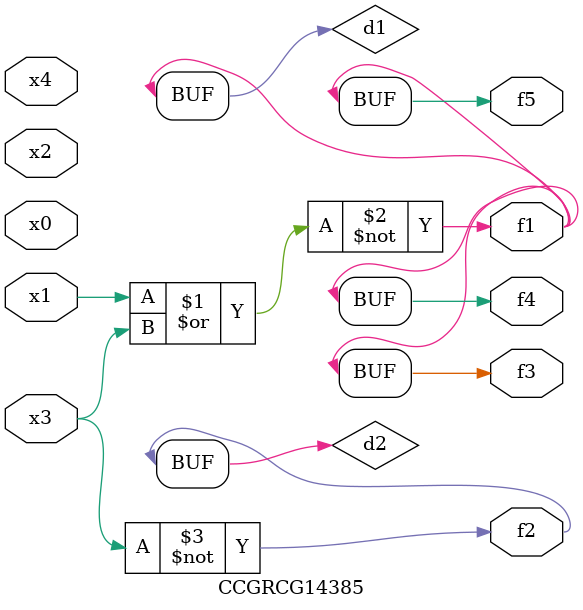
<source format=v>
module CCGRCG14385(
	input x0, x1, x2, x3, x4,
	output f1, f2, f3, f4, f5
);

	wire d1, d2;

	nor (d1, x1, x3);
	not (d2, x3);
	assign f1 = d1;
	assign f2 = d2;
	assign f3 = d1;
	assign f4 = d1;
	assign f5 = d1;
endmodule

</source>
